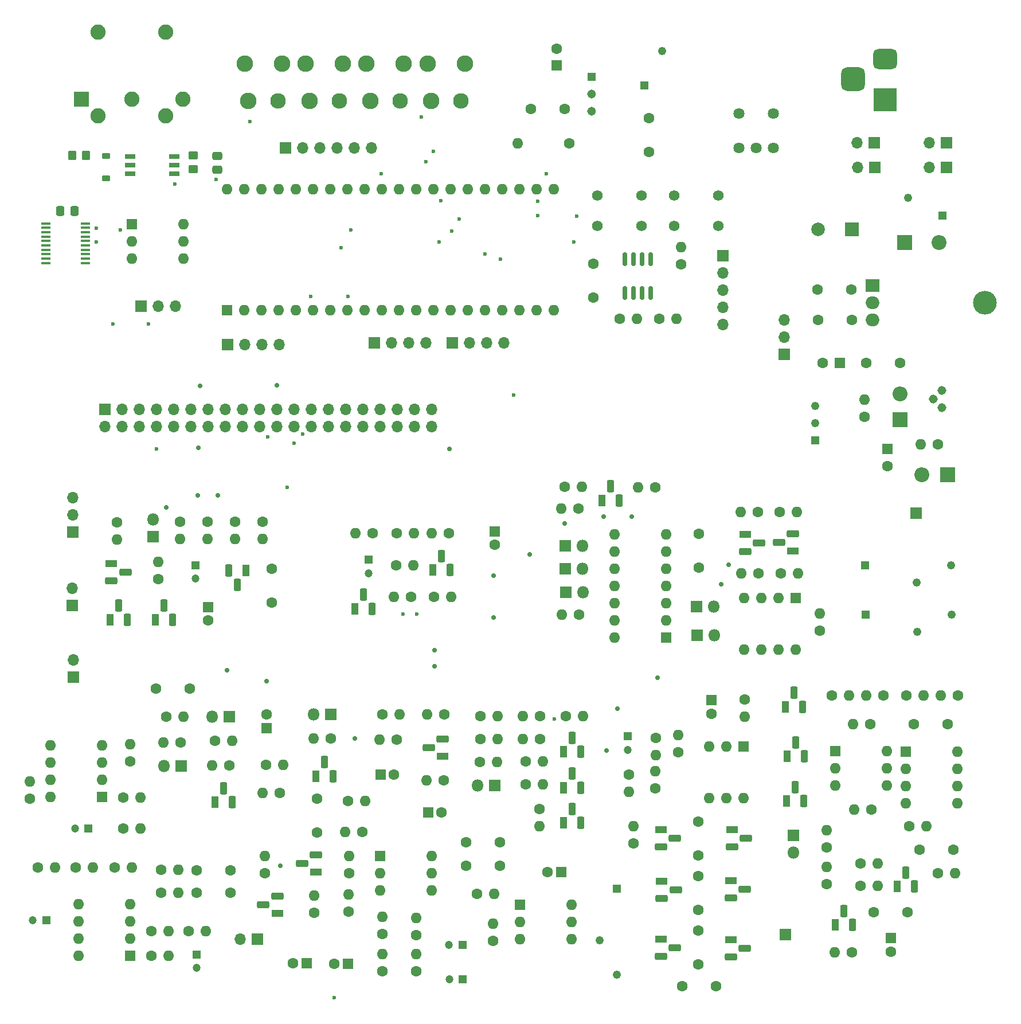
<source format=gts>
G04 #@! TF.GenerationSoftware,KiCad,Pcbnew,8.0.2*
G04 #@! TF.CreationDate,2024-10-15T19:34:27+09:00*
G04 #@! TF.ProjectId,mainBorad,6d61696e-426f-4726-9164-2e6b69636164,rev?*
G04 #@! TF.SameCoordinates,Original*
G04 #@! TF.FileFunction,Soldermask,Top*
G04 #@! TF.FilePolarity,Negative*
%FSLAX46Y46*%
G04 Gerber Fmt 4.6, Leading zero omitted, Abs format (unit mm)*
G04 Created by KiCad (PCBNEW 8.0.2) date 2024-10-15 19:34:27*
%MOMM*%
%LPD*%
G01*
G04 APERTURE LIST*
G04 Aperture macros list*
%AMRoundRect*
0 Rectangle with rounded corners*
0 $1 Rounding radius*
0 $2 $3 $4 $5 $6 $7 $8 $9 X,Y pos of 4 corners*
0 Add a 4 corners polygon primitive as box body*
4,1,4,$2,$3,$4,$5,$6,$7,$8,$9,$2,$3,0*
0 Add four circle primitives for the rounded corners*
1,1,$1+$1,$2,$3*
1,1,$1+$1,$4,$5*
1,1,$1+$1,$6,$7*
1,1,$1+$1,$8,$9*
0 Add four rect primitives between the rounded corners*
20,1,$1+$1,$2,$3,$4,$5,0*
20,1,$1+$1,$4,$5,$6,$7,0*
20,1,$1+$1,$6,$7,$8,$9,0*
20,1,$1+$1,$8,$9,$2,$3,0*%
G04 Aperture macros list end*
%ADD10C,1.600000*%
%ADD11O,1.600000X1.600000*%
%ADD12RoundRect,0.225000X-0.375000X0.225000X-0.375000X-0.225000X0.375000X-0.225000X0.375000X0.225000X0*%
%ADD13R,1.600000X1.600000*%
%ADD14R,1.800000X1.100000*%
%ADD15RoundRect,0.275000X-0.625000X0.275000X-0.625000X-0.275000X0.625000X-0.275000X0.625000X0.275000X0*%
%ADD16C,1.635000*%
%ADD17C,2.450000*%
%ADD18C,2.300000*%
%ADD19RoundRect,0.275000X0.625000X-0.275000X0.625000X0.275000X-0.625000X0.275000X-0.625000X-0.275000X0*%
%ADD20R,1.100000X1.800000*%
%ADD21RoundRect,0.275000X-0.275000X-0.625000X0.275000X-0.625000X0.275000X0.625000X-0.275000X0.625000X0*%
%ADD22R,1.800000X1.800000*%
%ADD23O,1.800000X1.800000*%
%ADD24R,1.700000X1.700000*%
%ADD25R,1.200000X1.200000*%
%ADD26C,1.200000*%
%ADD27O,1.700000X1.700000*%
%ADD28R,1.217000X1.217000*%
%ADD29C,1.217000*%
%ADD30RoundRect,0.150000X0.150000X-0.825000X0.150000X0.825000X-0.150000X0.825000X-0.150000X-0.825000X0*%
%ADD31RoundRect,0.250000X0.337500X0.475000X-0.337500X0.475000X-0.337500X-0.475000X0.337500X-0.475000X0*%
%ADD32R,1.305000X1.305000*%
%ADD33C,1.305000*%
%ADD34R,2.250000X2.250000*%
%ADD35C,2.250000*%
%ADD36C,1.316000*%
%ADD37RoundRect,0.250000X-0.475000X0.337500X-0.475000X-0.337500X0.475000X-0.337500X0.475000X0.337500X0*%
%ADD38R,3.500000X3.500000*%
%ADD39RoundRect,0.750000X-1.000000X0.750000X-1.000000X-0.750000X1.000000X-0.750000X1.000000X0.750000X0*%
%ADD40RoundRect,0.875000X-0.875000X0.875000X-0.875000X-0.875000X0.875000X-0.875000X0.875000X0.875000X0*%
%ADD41R,2.200000X2.200000*%
%ADD42O,2.200000X2.200000*%
%ADD43RoundRect,0.275000X0.275000X0.625000X-0.275000X0.625000X-0.275000X-0.625000X0.275000X-0.625000X0*%
%ADD44R,1.475000X0.450000*%
%ADD45RoundRect,0.250000X-0.450000X0.350000X-0.450000X-0.350000X0.450000X-0.350000X0.450000X0.350000X0*%
%ADD46R,1.650000X0.700000*%
%ADD47C,1.575000*%
%ADD48O,3.500000X3.500000*%
%ADD49R,2.000000X1.905000*%
%ADD50O,2.000000X1.905000*%
%ADD51RoundRect,0.250000X-0.350000X-0.450000X0.350000X-0.450000X0.350000X0.450000X-0.350000X0.450000X0*%
%ADD52R,2.000000X2.000000*%
%ADD53C,2.000000*%
%ADD54C,0.700000*%
%ADD55C,0.600000*%
G04 APERTURE END LIST*
D10*
X101000000Y-139555000D03*
D11*
X101000000Y-142095000D03*
D12*
X37005000Y-43087500D03*
X37005000Y-46387500D03*
D13*
X126400000Y-123500000D03*
D10*
X126400000Y-125500000D03*
D14*
X119030000Y-150190000D03*
D15*
X121100000Y-151460000D03*
X119030000Y-152730000D03*
D16*
X130460000Y-41970000D03*
X133000000Y-41970000D03*
X135540000Y-41970000D03*
X135540000Y-36890000D03*
X130460000Y-36890000D03*
D10*
X86885000Y-125600000D03*
D11*
X84345000Y-125600000D03*
D10*
X124430000Y-141430000D03*
X124430000Y-146430000D03*
D17*
X67000000Y-35000000D03*
X66450000Y-29500000D03*
X71950000Y-29500000D03*
D18*
X71400000Y-35000000D03*
D10*
X98955000Y-132500000D03*
D11*
X101495000Y-132500000D03*
D10*
X114900000Y-144640000D03*
D11*
X114900000Y-142100000D03*
D10*
X72660000Y-138400000D03*
D11*
X75200000Y-138400000D03*
D13*
X84540000Y-140100000D03*
D10*
X86540000Y-140100000D03*
X124430000Y-154430000D03*
X124430000Y-149430000D03*
D14*
X86710000Y-131770000D03*
D19*
X84640000Y-130500000D03*
X86710000Y-129230000D03*
D10*
X142340000Y-113215000D03*
D11*
X142340000Y-110675000D03*
D10*
X155560000Y-142100000D03*
D11*
X158100000Y-142100000D03*
D10*
X133340000Y-104775000D03*
D11*
X130800000Y-104775000D03*
D20*
X73675000Y-109970000D03*
D21*
X74945000Y-107900000D03*
X76215000Y-109970000D03*
D10*
X118200000Y-129060000D03*
D11*
X118200000Y-131600000D03*
D22*
X43900000Y-99340000D03*
D23*
X43900000Y-96800000D03*
D22*
X104855000Y-107515000D03*
D23*
X107395000Y-107515000D03*
D13*
X144680000Y-131000000D03*
D11*
X144680000Y-133540000D03*
X144680000Y-136080000D03*
X152300000Y-136080000D03*
X152300000Y-133540000D03*
X152300000Y-131000000D03*
D10*
X79905000Y-98800000D03*
D11*
X82445000Y-98800000D03*
D10*
X82045000Y-108200000D03*
D11*
X79505000Y-108200000D03*
D24*
X156625000Y-95885000D03*
D25*
X50200000Y-103527400D03*
D26*
X50200000Y-105527400D03*
D24*
X31975000Y-109475000D03*
D27*
X31975000Y-106935000D03*
D10*
X43645000Y-157600000D03*
D11*
X46185000Y-157600000D03*
D10*
X47900000Y-97100000D03*
D11*
X47900000Y-99640000D03*
D10*
X108956000Y-64000000D03*
X108956000Y-59000000D03*
X150300000Y-154800000D03*
X155300000Y-154800000D03*
D28*
X149065000Y-103575000D03*
D29*
X156685000Y-106115000D03*
X161765000Y-103575000D03*
D10*
X25700000Y-138000000D03*
D11*
X25700000Y-135460000D03*
D10*
X85400000Y-108200000D03*
D11*
X87940000Y-108200000D03*
D10*
X92255000Y-125800000D03*
D11*
X94795000Y-125800000D03*
D13*
X40500000Y-161200000D03*
D11*
X40500000Y-158660000D03*
X40500000Y-156120000D03*
X40500000Y-153580000D03*
X32880000Y-153580000D03*
X32880000Y-156120000D03*
X32880000Y-158660000D03*
X32880000Y-161200000D03*
D30*
X113556000Y-63320000D03*
X114826000Y-63320000D03*
X116096000Y-63320000D03*
X117366000Y-63320000D03*
X117366000Y-58370000D03*
X116096000Y-58370000D03*
X114826000Y-58370000D03*
X113556000Y-58370000D03*
D10*
X74800000Y-142900000D03*
D11*
X72260000Y-142900000D03*
D13*
X103495000Y-29780100D03*
D10*
X103495000Y-27280100D03*
D28*
X160500000Y-51900000D03*
D29*
X155400000Y-49310000D03*
D20*
X53030000Y-138570000D03*
D21*
X54300000Y-136500000D03*
X55570000Y-138570000D03*
D10*
X154255000Y-73660000D03*
X149255000Y-73660000D03*
X117180000Y-42500000D03*
X117180000Y-37500000D03*
D17*
X76000000Y-35000000D03*
X75450000Y-29500000D03*
X80950000Y-29500000D03*
D18*
X80400000Y-35000000D03*
D13*
X72700000Y-162400000D03*
D10*
X70700000Y-162400000D03*
X40500000Y-132500000D03*
D11*
X40500000Y-129960000D03*
D20*
X104500000Y-136400000D03*
D21*
X105770000Y-134330000D03*
X107040000Y-136400000D03*
D10*
X118700000Y-67200000D03*
D11*
X121240000Y-67200000D03*
D10*
X72800000Y-154740000D03*
D11*
X72800000Y-152200000D03*
D10*
X44700000Y-105600000D03*
D11*
X44700000Y-103060000D03*
D31*
X32275500Y-51275000D03*
X30200500Y-51275000D03*
D10*
X72830000Y-149010000D03*
D11*
X72830000Y-146470000D03*
D13*
X94345000Y-98544900D03*
D10*
X94345000Y-100544900D03*
D32*
X108680000Y-31420000D03*
D33*
X108680000Y-33960000D03*
X108680000Y-36500000D03*
D25*
X50390000Y-161027400D03*
D26*
X50390000Y-163027400D03*
D28*
X112400000Y-151300000D03*
D29*
X109860000Y-158920000D03*
X112400000Y-164000000D03*
D22*
X94345000Y-136100000D03*
D23*
X91805000Y-136100000D03*
D10*
X92155000Y-132600000D03*
D11*
X94695000Y-132600000D03*
D10*
X62600000Y-137200000D03*
D11*
X60060000Y-137200000D03*
D10*
X77800000Y-163545000D03*
D11*
X77800000Y-161005000D03*
D24*
X161075000Y-44800000D03*
D27*
X158535000Y-44800000D03*
D20*
X110210000Y-93965000D03*
D21*
X111480000Y-91895000D03*
X112750000Y-93965000D03*
D34*
X33300000Y-34700000D03*
D35*
X40800000Y-34700000D03*
X48300000Y-34700000D03*
X35800000Y-37200000D03*
X45800000Y-37200000D03*
X35800000Y-24800000D03*
X45800000Y-24800000D03*
D13*
X98100000Y-153700000D03*
D11*
X98100000Y-156240000D03*
X98100000Y-158780000D03*
X105720000Y-158780000D03*
X105720000Y-156240000D03*
X105720000Y-153700000D03*
D10*
X150000000Y-139600000D03*
D11*
X147460000Y-139600000D03*
D13*
X119730000Y-114205000D03*
D11*
X119730000Y-111665000D03*
X119730000Y-109125000D03*
X119730000Y-106585000D03*
X119730000Y-104045000D03*
X119730000Y-101505000D03*
X119730000Y-98965000D03*
X112110000Y-98965000D03*
X112110000Y-101505000D03*
X112110000Y-104045000D03*
X112110000Y-106585000D03*
X112110000Y-109125000D03*
X112110000Y-111665000D03*
X112110000Y-114205000D03*
D10*
X118100000Y-136545000D03*
D11*
X118100000Y-134005000D03*
D10*
X51950000Y-97100000D03*
D11*
X51950000Y-99640000D03*
D24*
X128100000Y-57880000D03*
D27*
X128100000Y-60420000D03*
X128100000Y-62960000D03*
X128100000Y-65500000D03*
X128100000Y-68040000D03*
D10*
X162100000Y-145600000D03*
X157100000Y-145600000D03*
D24*
X137300000Y-158125000D03*
D10*
X79845000Y-103600000D03*
D11*
X82385000Y-103600000D03*
D10*
X159860000Y-149000000D03*
D11*
X162400000Y-149000000D03*
D25*
X89672600Y-164700000D03*
D26*
X87672600Y-164700000D03*
D10*
X121900000Y-59140000D03*
D11*
X121900000Y-56600000D03*
D10*
X148355000Y-147600000D03*
D11*
X150895000Y-147600000D03*
D20*
X44230000Y-111570000D03*
D21*
X45500000Y-109500000D03*
X46770000Y-111570000D03*
D22*
X48100000Y-133200000D03*
D23*
X45560000Y-133200000D03*
D10*
X86840000Y-135300000D03*
D11*
X84300000Y-135300000D03*
D10*
X82800000Y-158140000D03*
D11*
X82800000Y-155600000D03*
D10*
X70140000Y-129130000D03*
D11*
X67600000Y-129130000D03*
D36*
X160420900Y-80280000D03*
X159150900Y-79010000D03*
X160420900Y-77740000D03*
D10*
X55345000Y-151900000D03*
X50345000Y-151900000D03*
D25*
X114000000Y-128810000D03*
D26*
X114000000Y-130810000D03*
D20*
X137500000Y-138400000D03*
D21*
X138770000Y-136330000D03*
X140040000Y-138400000D03*
D10*
X95100000Y-147900000D03*
X90100000Y-147900000D03*
D37*
X53405000Y-43100000D03*
X53405000Y-45175000D03*
D10*
X148945000Y-81640000D03*
D11*
X148945000Y-79100000D03*
D38*
X152000000Y-34800000D03*
D39*
X152000000Y-28800000D03*
D40*
X147300000Y-31800000D03*
D10*
X147145000Y-67310000D03*
X142145000Y-67310000D03*
D41*
X154245000Y-82040000D03*
D42*
X154245000Y-78230000D03*
D24*
X88105000Y-70733000D03*
D27*
X90645000Y-70733000D03*
X93185000Y-70733000D03*
X95725000Y-70733000D03*
D10*
X105400000Y-41275000D03*
D11*
X97780000Y-41275000D03*
D20*
X57605000Y-104345000D03*
D43*
X56335000Y-106415000D03*
X55065000Y-104345000D03*
D22*
X138500000Y-143460000D03*
D23*
X138500000Y-146000000D03*
D10*
X155155000Y-122800000D03*
D11*
X157695000Y-122800000D03*
D10*
X124430000Y-162530000D03*
X124430000Y-157530000D03*
D22*
X104810000Y-100665000D03*
D23*
X107350000Y-100665000D03*
D10*
X136600000Y-104775000D03*
D11*
X139140000Y-104775000D03*
D10*
X147100000Y-160700000D03*
D11*
X144560000Y-160700000D03*
D10*
X76345000Y-98800000D03*
D11*
X73805000Y-98800000D03*
D24*
X59300000Y-158800000D03*
D27*
X56760000Y-158800000D03*
D28*
X116480000Y-32700000D03*
D29*
X119070000Y-27600000D03*
D10*
X32460000Y-148200000D03*
D11*
X35000000Y-148200000D03*
D10*
X26860000Y-148200000D03*
D11*
X29400000Y-148200000D03*
D20*
X137530000Y-131770000D03*
D21*
X138800000Y-129700000D03*
X140070000Y-131770000D03*
D14*
X118930000Y-142630000D03*
D15*
X121000000Y-143900000D03*
X118930000Y-145170000D03*
D13*
X145340100Y-73660000D03*
D10*
X142840100Y-73660000D03*
X151775000Y-122800000D03*
D11*
X149235000Y-122800000D03*
D44*
X28062000Y-53075000D03*
X28062000Y-53725000D03*
X28062000Y-54375000D03*
X28062000Y-55025000D03*
X28062000Y-55675000D03*
X28062000Y-56325000D03*
X28062000Y-56975000D03*
X28062000Y-57625000D03*
X28062000Y-58275000D03*
X28062000Y-58925000D03*
X33938000Y-58925000D03*
X33938000Y-58275000D03*
X33938000Y-57625000D03*
X33938000Y-56975000D03*
X33938000Y-56325000D03*
X33938000Y-55675000D03*
X33938000Y-55025000D03*
X33938000Y-54375000D03*
X33938000Y-53725000D03*
X33938000Y-53075000D03*
D45*
X49805000Y-43037500D03*
X49805000Y-45037500D03*
D14*
X129410000Y-142590000D03*
D15*
X131480000Y-143860000D03*
X129410000Y-145130000D03*
D46*
X40555000Y-43167500D03*
X40555000Y-44437500D03*
X40555000Y-45707500D03*
X47055000Y-45707500D03*
X47055000Y-44437500D03*
X47055000Y-43167500D03*
D13*
X155080000Y-131060000D03*
D11*
X155080000Y-133600000D03*
X155080000Y-136140000D03*
X155080000Y-138680000D03*
X162700000Y-138680000D03*
X162700000Y-136140000D03*
X162700000Y-133600000D03*
X162700000Y-131060000D03*
D10*
X98955000Y-135900000D03*
D11*
X101495000Y-135900000D03*
D10*
X95100000Y-144500000D03*
X90100000Y-144500000D03*
D47*
X120881000Y-48950000D03*
X127381000Y-48950000D03*
X120881000Y-53450000D03*
X127381000Y-53450000D03*
D25*
X89600000Y-159600000D03*
D26*
X87600000Y-159600000D03*
D14*
X118930000Y-158790000D03*
D15*
X121000000Y-160060000D03*
X118930000Y-161330000D03*
D10*
X55140000Y-133100000D03*
D11*
X52600000Y-133100000D03*
D10*
X112800000Y-67200000D03*
D11*
X115340000Y-67200000D03*
D10*
X143400000Y-145200000D03*
D11*
X143400000Y-142660000D03*
D17*
X85000000Y-35000000D03*
X84450000Y-29500000D03*
X89950000Y-29500000D03*
D18*
X89400000Y-35000000D03*
D24*
X137150000Y-72390000D03*
D27*
X137150000Y-69850000D03*
X137150000Y-67310000D03*
D10*
X162775000Y-122800000D03*
D11*
X160235000Y-122800000D03*
D13*
X152390000Y-86400000D03*
D10*
X152390000Y-88900000D03*
D20*
X85235000Y-104270000D03*
D21*
X86505000Y-102200000D03*
X87775000Y-104270000D03*
D20*
X104500000Y-131100000D03*
D21*
X105770000Y-129030000D03*
X107040000Y-131100000D03*
D10*
X53050000Y-129500000D03*
D11*
X55590000Y-129500000D03*
D17*
X58000000Y-35000000D03*
X57450000Y-29500000D03*
X62950000Y-29500000D03*
D18*
X62400000Y-35000000D03*
D20*
X104500000Y-141600000D03*
D21*
X105770000Y-139530000D03*
X107040000Y-141600000D03*
D24*
X54880000Y-71000000D03*
D27*
X57420000Y-71000000D03*
X59960000Y-71000000D03*
X62500000Y-71000000D03*
D10*
X61400000Y-104110000D03*
X61400000Y-109110000D03*
X55345000Y-148600000D03*
X50345000Y-148600000D03*
X133240000Y-95675000D03*
D11*
X130700000Y-95675000D03*
D10*
X149845000Y-127000000D03*
D11*
X147305000Y-127000000D03*
D13*
X138840000Y-108375000D03*
D11*
X136300000Y-108375000D03*
X133760000Y-108375000D03*
X131220000Y-108375000D03*
X131220000Y-115995000D03*
X133760000Y-115995000D03*
X136300000Y-115995000D03*
X138840000Y-115995000D03*
D10*
X143400000Y-150640000D03*
D11*
X143400000Y-148100000D03*
D10*
X82800000Y-163540000D03*
D11*
X82800000Y-161000000D03*
D24*
X161075000Y-41200000D03*
D27*
X158535000Y-41200000D03*
D10*
X77800000Y-158040000D03*
D11*
X77800000Y-155500000D03*
D10*
X104670000Y-91965000D03*
D11*
X107210000Y-91965000D03*
D10*
X87585000Y-98800000D03*
D11*
X85045000Y-98800000D03*
D10*
X49150000Y-157600000D03*
D11*
X51690000Y-157600000D03*
D10*
X39500000Y-142400000D03*
D11*
X42040000Y-142400000D03*
D22*
X70140000Y-125600000D03*
D23*
X67600000Y-125600000D03*
D10*
X94100000Y-159040000D03*
D11*
X94100000Y-156500000D03*
D10*
X60555000Y-133000000D03*
D11*
X63095000Y-133000000D03*
D24*
X32175000Y-120075000D03*
D27*
X32175000Y-117535000D03*
D10*
X99725000Y-36195000D03*
X104725000Y-36195000D03*
D25*
X34372600Y-142400000D03*
D26*
X32372600Y-142400000D03*
D24*
X150440000Y-41200000D03*
D27*
X147900000Y-41200000D03*
D41*
X161280000Y-90170000D03*
D42*
X157470000Y-90170000D03*
D47*
X109525000Y-48950000D03*
X116025000Y-48950000D03*
X109525000Y-53450000D03*
X116025000Y-53450000D03*
D20*
X144630000Y-156670000D03*
D21*
X145900000Y-154600000D03*
X147170000Y-156670000D03*
D10*
X101100000Y-129200000D03*
D11*
X98560000Y-129200000D03*
D14*
X131340000Y-98975000D03*
D15*
X133410000Y-100245000D03*
X131340000Y-101515000D03*
D10*
X60050000Y-97100000D03*
D11*
X60050000Y-99640000D03*
D20*
X37530000Y-111570000D03*
D21*
X38800000Y-109500000D03*
X40070000Y-111570000D03*
D41*
X154930000Y-55880000D03*
D42*
X160010000Y-55880000D03*
D24*
X42100000Y-65300000D03*
D27*
X44640000Y-65300000D03*
X47180000Y-65300000D03*
D10*
X47940000Y-129700000D03*
D11*
X45400000Y-129700000D03*
D14*
X138410000Y-101445000D03*
D19*
X136340000Y-100175000D03*
X138410000Y-98905000D03*
D13*
X36400000Y-137800000D03*
D11*
X36400000Y-135260000D03*
X36400000Y-132720000D03*
X36400000Y-130180000D03*
X28780000Y-130180000D03*
X28780000Y-132720000D03*
X28780000Y-135260000D03*
X28780000Y-137800000D03*
D48*
X166805000Y-64770000D03*
D49*
X150145000Y-62230000D03*
D50*
X150145000Y-64770000D03*
X150145000Y-67310000D03*
D10*
X45870000Y-125890000D03*
D11*
X48410000Y-125890000D03*
D10*
X92250000Y-129200000D03*
D11*
X94790000Y-129200000D03*
D10*
X38600000Y-97200000D03*
D11*
X38600000Y-99740000D03*
D10*
X91760000Y-152100000D03*
D11*
X94300000Y-152100000D03*
D10*
X67700000Y-154840000D03*
D11*
X67700000Y-152300000D03*
D25*
X75745000Y-102727400D03*
D26*
X75745000Y-104727400D03*
D13*
X60700000Y-127600000D03*
D10*
X60700000Y-125600000D03*
D51*
X32005000Y-43037500D03*
X34005000Y-43037500D03*
D14*
X37760000Y-103330000D03*
D15*
X39830000Y-104600000D03*
X37760000Y-105870000D03*
D10*
X118110000Y-92065000D03*
D11*
X115570000Y-92065000D03*
D24*
X76605000Y-70733000D03*
D27*
X79145000Y-70733000D03*
X81685000Y-70733000D03*
X84225000Y-70733000D03*
D10*
X39540000Y-137880000D03*
D11*
X42080000Y-137880000D03*
D13*
X52040000Y-109719900D03*
D10*
X52040000Y-111719900D03*
X106855000Y-110815000D03*
D11*
X104315000Y-110815000D03*
D22*
X124195000Y-109675000D03*
D23*
X126735000Y-109675000D03*
D20*
X137330000Y-124470000D03*
D21*
X138600000Y-122400000D03*
X139870000Y-124470000D03*
D13*
X40800000Y-53175000D03*
D11*
X40800000Y-55715000D03*
X40800000Y-58255000D03*
X48420000Y-58255000D03*
X48420000Y-55715000D03*
X48420000Y-53175000D03*
D13*
X54860000Y-65850000D03*
D11*
X57400000Y-65850000D03*
X59940000Y-65850000D03*
X62480000Y-65850000D03*
X65020000Y-65850000D03*
X67560000Y-65850000D03*
X70100000Y-65850000D03*
X72640000Y-65850000D03*
X75180000Y-65850000D03*
X77720000Y-65850000D03*
X80260000Y-65850000D03*
X82800000Y-65850000D03*
X85340000Y-65850000D03*
X87880000Y-65850000D03*
X90420000Y-65850000D03*
X92960000Y-65850000D03*
X95500000Y-65850000D03*
X98040000Y-65850000D03*
X100580000Y-65850000D03*
X103120000Y-65850000D03*
X103120000Y-48050000D03*
X100580000Y-48050000D03*
X98040000Y-48050000D03*
X95500000Y-48050000D03*
X92960000Y-48050000D03*
X90420000Y-48050000D03*
X87880000Y-48050000D03*
X85340000Y-48050000D03*
X82800000Y-48050000D03*
X80260000Y-48050000D03*
X77720000Y-48050000D03*
X75180000Y-48050000D03*
X72640000Y-48050000D03*
X70100000Y-48050000D03*
X67560000Y-48050000D03*
X65020000Y-48050000D03*
X62480000Y-48050000D03*
X59940000Y-48050000D03*
X57400000Y-48050000D03*
X54860000Y-48050000D03*
D10*
X121500000Y-131150000D03*
D11*
X121500000Y-128610000D03*
D20*
X67960000Y-134700000D03*
D21*
X69230000Y-132630000D03*
X70500000Y-134700000D03*
D13*
X152900000Y-158600000D03*
D10*
X152900000Y-160600000D03*
X144155000Y-122800000D03*
D11*
X146695000Y-122800000D03*
D24*
X150475000Y-44800000D03*
D27*
X147935000Y-44800000D03*
D24*
X32075000Y-98625000D03*
D27*
X32075000Y-96085000D03*
X32075000Y-93545000D03*
D10*
X45100000Y-148500000D03*
D11*
X47640000Y-148500000D03*
D10*
X79885000Y-129300000D03*
D11*
X77345000Y-129300000D03*
D52*
X147137700Y-53975000D03*
D53*
X142137700Y-53975000D03*
D14*
X129230000Y-158830000D03*
D15*
X131300000Y-160100000D03*
X129230000Y-161370000D03*
D14*
X68000000Y-148840000D03*
D19*
X65930000Y-147570000D03*
X68000000Y-146300000D03*
D22*
X124240000Y-113875000D03*
D23*
X126780000Y-113875000D03*
D10*
X106750000Y-95165000D03*
D11*
X104210000Y-95165000D03*
D28*
X149145000Y-110870000D03*
D29*
X156765000Y-113410000D03*
X161845000Y-110870000D03*
D22*
X55200000Y-125900000D03*
D23*
X52660000Y-125900000D03*
D10*
X45105000Y-151900000D03*
D11*
X47645000Y-151900000D03*
D10*
X43650000Y-161200000D03*
D11*
X46190000Y-161200000D03*
D22*
X104810000Y-104115000D03*
D23*
X107350000Y-104115000D03*
D20*
X153800000Y-151000000D03*
D21*
X155070000Y-148930000D03*
X156340000Y-151000000D03*
D10*
X101100000Y-125800000D03*
D11*
X98560000Y-125800000D03*
D10*
X56000000Y-97100000D03*
D11*
X56000000Y-99640000D03*
D14*
X62270000Y-154975000D03*
D19*
X60200000Y-153705000D03*
X62270000Y-152435000D03*
D13*
X104200000Y-148900000D03*
D10*
X102200000Y-148900000D03*
X68100000Y-143000000D03*
X68100000Y-138000000D03*
X136440000Y-95675000D03*
D11*
X138980000Y-95675000D03*
D13*
X66600000Y-162300000D03*
D10*
X64600000Y-162300000D03*
D13*
X77484900Y-134500000D03*
D10*
X79484900Y-134500000D03*
D13*
X131125000Y-130305000D03*
D11*
X128585000Y-130305000D03*
X126045000Y-130305000D03*
X126045000Y-137925000D03*
X128585000Y-137925000D03*
X131125000Y-137925000D03*
D10*
X122030000Y-165730000D03*
X127030000Y-165730000D03*
X49300000Y-121800000D03*
X44300000Y-121800000D03*
D13*
X77400000Y-146475000D03*
D11*
X77400000Y-149015000D03*
X77400000Y-151555000D03*
X85020000Y-151555000D03*
X85020000Y-149015000D03*
X85020000Y-146475000D03*
D10*
X131300000Y-123355000D03*
D11*
X131300000Y-125895000D03*
D10*
X159785000Y-85725000D03*
D11*
X157245000Y-85725000D03*
D10*
X148360000Y-150900000D03*
D11*
X150900000Y-150900000D03*
D10*
X114200000Y-134455000D03*
D11*
X114200000Y-136995000D03*
D28*
X141740000Y-85090000D03*
D29*
X141740000Y-82550000D03*
X141740000Y-80010000D03*
D10*
X77800000Y-125600000D03*
D11*
X80340000Y-125600000D03*
D10*
X104860000Y-125800000D03*
D11*
X107400000Y-125800000D03*
D24*
X63490000Y-41912000D03*
D27*
X66030000Y-41912000D03*
X68570000Y-41912000D03*
X71110000Y-41912000D03*
X73650000Y-41912000D03*
X76190000Y-41912000D03*
D10*
X161240000Y-127000000D03*
X156240000Y-127000000D03*
X60400000Y-149045000D03*
D11*
X60400000Y-146505000D03*
D10*
X124540000Y-103875000D03*
X124540000Y-98875000D03*
D25*
X28172600Y-156000000D03*
D26*
X26172600Y-156000000D03*
D10*
X147045000Y-62810000D03*
X142045000Y-62810000D03*
D24*
X36800000Y-80500000D03*
D27*
X36800000Y-83040000D03*
X39340000Y-80500000D03*
X39340000Y-83040000D03*
X41880000Y-80500000D03*
X41880000Y-83040000D03*
X44420000Y-80500000D03*
X44420000Y-83040000D03*
X46960000Y-80500000D03*
X46960000Y-83040000D03*
X49500000Y-80500000D03*
X49500000Y-83040000D03*
X52040000Y-80500000D03*
X52040000Y-83040000D03*
X54580000Y-80500000D03*
X54580000Y-83040000D03*
X57120000Y-80500000D03*
X57120000Y-83040000D03*
X59660000Y-80500000D03*
X59660000Y-83040000D03*
X62200000Y-80500000D03*
X62200000Y-83040000D03*
X64740000Y-80500000D03*
X64740000Y-83040000D03*
X67280000Y-80500000D03*
X67280000Y-83040000D03*
X69820000Y-80500000D03*
X69820000Y-83040000D03*
X72360000Y-80500000D03*
X72360000Y-83040000D03*
X74900000Y-80500000D03*
X74900000Y-83040000D03*
X77440000Y-80500000D03*
X77440000Y-83040000D03*
X79980000Y-80500000D03*
X79980000Y-83040000D03*
X82520000Y-80500000D03*
X82520000Y-83040000D03*
X85060000Y-80500000D03*
X85060000Y-83040000D03*
D14*
X129260000Y-150160000D03*
D15*
X131330000Y-151430000D03*
X129260000Y-152700000D03*
D10*
X38255000Y-148200000D03*
D11*
X40795000Y-148200000D03*
D54*
X50823600Y-77061200D03*
X62200000Y-77000000D03*
D55*
X95228500Y-58349000D03*
X84200000Y-43998400D03*
X106100000Y-55800000D03*
X47100000Y-47300000D03*
X86200000Y-55800000D03*
X35500000Y-55800000D03*
X89100000Y-52400000D03*
X85340000Y-42400000D03*
X77600000Y-45700000D03*
X88000000Y-54200000D03*
X102000000Y-45700000D03*
X71700000Y-56700000D03*
X58200000Y-38000000D03*
X83500000Y-37400000D03*
X72700000Y-63900000D03*
X35500000Y-53800000D03*
X44400000Y-86400000D03*
X106500000Y-52000000D03*
X53200000Y-46600000D03*
X67200000Y-63900000D03*
X86400000Y-49700000D03*
X73100000Y-54000000D03*
X39057500Y-54040800D03*
X43200000Y-67900000D03*
X38000000Y-67900000D03*
X92900000Y-57600000D03*
X100700000Y-49800000D03*
X100700000Y-51900000D03*
X103211400Y-126261700D03*
X82900000Y-110800000D03*
X80800000Y-110800000D03*
D54*
X127800000Y-106400000D03*
X50500000Y-93200000D03*
X128900000Y-103500000D03*
X99500000Y-102000000D03*
X110900000Y-130900000D03*
X54800000Y-119100000D03*
X60700000Y-120700000D03*
X114600000Y-96400000D03*
X118400000Y-120200000D03*
X110500000Y-96400000D03*
X112500000Y-124700000D03*
X53500000Y-93200000D03*
X94200000Y-111300000D03*
X73700000Y-129100000D03*
X85500000Y-116100000D03*
X85500000Y-118500000D03*
X94200000Y-105100000D03*
X104700000Y-97400000D03*
X62700000Y-147900000D03*
X87700000Y-86400000D03*
D55*
X70700000Y-167400000D03*
D54*
X45900000Y-95000000D03*
X50600000Y-86200000D03*
D55*
X60869100Y-84565400D03*
X63744000Y-92054800D03*
X66000000Y-84200000D03*
X64700000Y-85500000D03*
X97200000Y-78400000D03*
M02*

</source>
